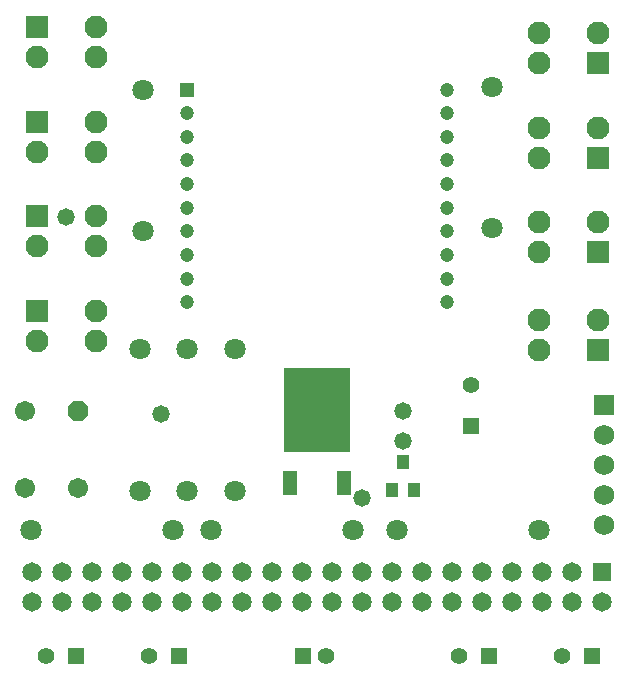
<source format=gts>
%FSLAX44Y44*%
%MOMM*%
G71*
G01*
G75*
G04 Layer_Color=8388736*
%ADD10R,0.9000X0.9500*%
%ADD11R,0.9000X0.9500*%
%ADD12R,5.5000X6.9000*%
%ADD13R,0.9500X1.9000*%
%ADD14C,0.2540*%
%ADD15R,1.2000X1.2000*%
%ADD16C,1.2000*%
%ADD17C,1.5240*%
%ADD18R,1.5240X1.5240*%
%ADD19C,1.6000*%
%ADD20R,1.6500X1.6500*%
%ADD21C,1.6500*%
%ADD22R,1.2000X1.2000*%
%ADD23C,1.0000*%
%ADD24R,1.0000X1.0000*%
%ADD25C,1.7500*%
%ADD26R,1.7500X1.7500*%
%ADD27C,1.5000*%
%ADD28P,1.6236X8X112.5*%
%ADD29C,1.2700*%
%ADD30C,0.2500*%
%ADD31C,0.2000*%
%ADD32R,19.0754X0.2794*%
%ADD33R,1.9558X0.0254*%
%ADD34R,1.1430X0.0254*%
%ADD35R,3.9116X0.0254*%
%ADD36R,1.9812X0.0254*%
%ADD37R,1.1684X0.0254*%
%ADD38R,3.9624X0.0254*%
%ADD39R,2.0066X0.1270*%
%ADD40R,1.2192X0.1270*%
%ADD41R,4.0132X0.0254*%
%ADD42R,4.1148X0.0254*%
%ADD43R,4.1402X0.0254*%
%ADD44R,4.2164X0.0254*%
%ADD45R,4.2418X0.0508*%
%ADD46R,1.2192X0.0254*%
%ADD47R,0.2032X0.0254*%
%ADD48R,0.2540X0.0254*%
%ADD49R,0.3556X0.0254*%
%ADD50R,0.2032X0.3048*%
%ADD51R,0.4318X0.0254*%
%ADD52R,0.2286X0.0254*%
%ADD53R,0.1778X0.0254*%
%ADD54R,0.2286X0.0508*%
%ADD55R,0.4064X0.0254*%
%ADD56R,0.2794X0.0254*%
%ADD57R,0.2032X0.1524*%
%ADD58R,0.2540X0.0508*%
%ADD59R,0.3556X0.0508*%
%ADD60R,0.3048X0.0254*%
%ADD61R,0.2794X0.0508*%
%ADD62R,0.3302X0.0508*%
%ADD63R,0.3302X0.0254*%
%ADD64R,0.2032X0.5334*%
%ADD65R,0.2286X0.0762*%
%ADD66R,0.2286X0.1270*%
%ADD67R,0.3048X0.0508*%
%ADD68R,1.6002X0.0254*%
%ADD69R,1.6256X0.0254*%
%ADD70R,0.2540X0.0762*%
%ADD71R,1.7018X0.0254*%
%ADD72R,1.8034X0.0508*%
%ADD73R,1.8288X0.0254*%
%ADD74R,0.2032X0.0508*%
%ADD75R,1.8796X0.0254*%
%ADD76R,1.9050X0.0508*%
%ADD77R,0.2032X0.1016*%
%ADD78R,0.2032X0.1778*%
%ADD79R,0.2286X0.1016*%
%ADD80R,2.8194X0.0254*%
%ADD81R,2.7940X0.0254*%
%ADD82R,0.2032X0.1270*%
%ADD83R,2.8448X0.0254*%
%ADD84R,0.2032X0.0762*%
%ADD85R,3.0988X0.0254*%
%ADD86R,3.0226X0.0254*%
%ADD87R,3.1750X0.0254*%
%ADD88R,3.2258X0.0254*%
%ADD89R,3.1496X0.0254*%
%ADD90R,0.5334X0.0254*%
%ADD91R,3.4036X0.0254*%
%ADD92R,3.3782X0.0508*%
%ADD93R,0.5080X0.0254*%
%ADD94R,3.4290X0.0254*%
%ADD95R,0.4572X0.0254*%
%ADD96R,3.4798X0.0254*%
%ADD97R,0.5588X0.0508*%
%ADD98R,0.3810X0.0254*%
%ADD99R,0.4826X0.0254*%
%ADD100R,1.4478X0.0508*%
%ADD101R,1.4732X0.0254*%
%ADD102R,1.4986X0.0254*%
%ADD103R,1.5494X0.0254*%
%ADD104R,1.6002X0.0508*%
%ADD105R,1.6256X0.0508*%
%ADD106R,1.6764X0.0762*%
%ADD107R,1.6510X0.0254*%
%ADD108R,1.7018X0.0508*%
%ADD109R,1.9050X0.0254*%
%ADD110R,1.9304X0.0508*%
%ADD111R,0.2794X0.1016*%
%ADD112R,1.8034X0.0254*%
%ADD113R,0.2794X0.0762*%
%ADD114R,1.7780X0.0254*%
%ADD115R,1.7526X0.0254*%
%ADD116R,1.5240X0.0254*%
%ADD117R,0.2032X0.2032*%
%ADD118R,0.8382X0.0254*%
%ADD119R,0.8128X0.0254*%
%ADD120R,0.8890X0.0254*%
%ADD121R,0.9652X0.0254*%
%ADD122R,0.9398X0.0254*%
%ADD123R,0.8636X0.0254*%
%ADD124R,0.9144X0.0254*%
%ADD125R,0.2540X0.1016*%
%ADD126R,0.4318X0.0508*%
%ADD127R,1.8288X0.0508*%
%ADD128R,1.8796X0.0762*%
%ADD129R,0.2286X0.3810*%
%ADD130R,1.4478X0.0254*%
%ADD131R,1.6764X0.1778*%
%ADD132R,1.6764X0.0254*%
%ADD133R,1.6510X0.0762*%
%ADD134R,1.5748X0.0254*%
%ADD135R,0.0254X0.0254*%
%ADD136R,0.0508X0.0254*%
%ADD137R,0.1270X0.0254*%
%ADD138R,0.1524X0.0254*%
%ADD139R,2.5146X0.0254*%
%ADD140R,0.5334X0.0508*%
%ADD141R,2.8702X0.0254*%
%ADD142R,2.8956X0.0254*%
%ADD143R,2.9210X0.1016*%
%ADD144R,2.8956X0.0508*%
%ADD145R,2.9210X0.0254*%
%ADD146R,2.8194X0.0508*%
%ADD147R,2.8448X0.0508*%
%ADD148R,0.2286X0.5842*%
%ADD149R,0.2032X0.4318*%
%ADD150R,1.9558X0.0508*%
%ADD151R,0.3810X0.0508*%
%ADD152R,2.7686X0.0254*%
%ADD153R,2.7432X0.0254*%
%ADD154R,2.4384X0.0254*%
%ADD155R,2.6670X0.0254*%
%ADD156R,0.2032X0.3302*%
%ADD157R,2.3876X0.0254*%
%ADD158R,2.6416X0.0254*%
%ADD159R,1.2446X0.0508*%
%ADD160R,6.2738X0.0254*%
%ADD161R,3.7338X0.0254*%
%ADD162R,3.7592X0.0254*%
%ADD163R,6.2484X0.0254*%
%ADD164R,3.7084X0.0254*%
%ADD165R,1.2446X0.1016*%
%ADD166R,6.1976X0.0254*%
%ADD167R,3.6322X0.0254*%
%ADD168R,3.6830X0.0254*%
%ADD169R,6.1722X0.0254*%
%ADD170R,3.6068X0.0254*%
%ADD171R,3.6068X0.0508*%
%ADD172R,6.1468X0.0254*%
%ADD173R,3.5814X0.0254*%
%ADD174R,6.0198X0.0254*%
%ADD175R,3.4544X0.0508*%
%ADD176R,5.9944X0.0254*%
%ADD177R,3.4544X0.0254*%
%ADD178R,5.9182X0.0254*%
%ADD179R,3.3782X0.0254*%
%ADD180R,18.9738X0.0254*%
%ADD181R,19.0754X0.3302*%
%ADD182R,1.1032X1.1532*%
%ADD183R,1.1032X1.1532*%
%ADD184R,5.7032X7.1032*%
%ADD185R,1.1532X2.1032*%
%ADD186R,1.4032X1.4032*%
%ADD187C,1.4032*%
%ADD188C,1.7272*%
%ADD189R,1.7272X1.7272*%
%ADD190C,1.8032*%
%ADD191R,1.4032X1.4032*%
%ADD192C,1.2032*%
%ADD193R,1.2032X1.2032*%
%ADD194C,1.9532*%
%ADD195R,1.9532X1.9532*%
%ADD196C,1.7032*%
%ADD197P,1.8435X8X112.5*%
%ADD198C,1.4732*%
D20*
X521300Y98700D02*
D03*
D21*
Y73300D02*
D03*
X495900D02*
D03*
Y98700D02*
D03*
X470500Y73300D02*
D03*
Y98700D02*
D03*
X445100Y73300D02*
D03*
Y98700D02*
D03*
X419700Y73300D02*
D03*
Y98700D02*
D03*
X394300Y73300D02*
D03*
Y98700D02*
D03*
X368900Y73300D02*
D03*
Y98700D02*
D03*
X343500Y73300D02*
D03*
Y98700D02*
D03*
X318100Y73300D02*
D03*
Y98700D02*
D03*
X292700Y73300D02*
D03*
Y98700D02*
D03*
X267300Y73300D02*
D03*
Y98700D02*
D03*
X241900Y73300D02*
D03*
Y98700D02*
D03*
X216500Y73300D02*
D03*
Y98700D02*
D03*
X191100Y73300D02*
D03*
Y98700D02*
D03*
X165700Y73300D02*
D03*
Y98700D02*
D03*
X140300Y73300D02*
D03*
Y98700D02*
D03*
X114900Y73300D02*
D03*
Y98700D02*
D03*
X89500Y73300D02*
D03*
Y98700D02*
D03*
X64100Y73300D02*
D03*
Y98700D02*
D03*
X38700Y73300D02*
D03*
Y98700D02*
D03*
D182*
X343000Y168250D02*
D03*
X352500Y191750D02*
D03*
D183*
X362000Y168250D02*
D03*
D184*
X280000Y236000D02*
D03*
D185*
X302800Y174000D02*
D03*
X257200D02*
D03*
D186*
X512900Y27500D02*
D03*
X425400D02*
D03*
X162900D02*
D03*
X75400D02*
D03*
X267500D02*
D03*
D187*
X487500D02*
D03*
X400000D02*
D03*
X137500D02*
D03*
X50000D02*
D03*
X410000Y257500D02*
D03*
X287500Y27500D02*
D03*
D188*
X522500Y139200D02*
D03*
Y164600D02*
D03*
Y190000D02*
D03*
Y215400D02*
D03*
D189*
Y240800D02*
D03*
D190*
X130000Y167500D02*
D03*
Y287500D02*
D03*
X170000Y167500D02*
D03*
Y287500D02*
D03*
X210000D02*
D03*
Y167500D02*
D03*
X467500Y135000D02*
D03*
X347500D02*
D03*
X310000D02*
D03*
X190000D02*
D03*
X157500D02*
D03*
X37500D02*
D03*
X132500Y387500D02*
D03*
Y507500D02*
D03*
X427500Y390000D02*
D03*
Y510000D02*
D03*
D191*
X410000Y222500D02*
D03*
D192*
X390000Y507500D02*
D03*
Y487500D02*
D03*
Y467500D02*
D03*
Y447500D02*
D03*
Y427500D02*
D03*
Y407500D02*
D03*
Y387500D02*
D03*
Y367500D02*
D03*
Y347500D02*
D03*
Y327500D02*
D03*
X170000Y487500D02*
D03*
Y467500D02*
D03*
Y447500D02*
D03*
Y427500D02*
D03*
Y407500D02*
D03*
Y387500D02*
D03*
Y367500D02*
D03*
Y347500D02*
D03*
Y327500D02*
D03*
D193*
Y507500D02*
D03*
D194*
X42500Y294800D02*
D03*
X92500D02*
D03*
Y320200D02*
D03*
X42500Y374800D02*
D03*
X92500D02*
D03*
Y400200D02*
D03*
X42500Y454800D02*
D03*
X92500D02*
D03*
Y480200D02*
D03*
X42500Y534800D02*
D03*
X92500D02*
D03*
Y560200D02*
D03*
X517500Y312700D02*
D03*
X467500D02*
D03*
Y287300D02*
D03*
X517500Y395200D02*
D03*
X467500D02*
D03*
Y369800D02*
D03*
X517500Y475200D02*
D03*
X467500D02*
D03*
Y449800D02*
D03*
X517500Y555200D02*
D03*
X467500D02*
D03*
Y529800D02*
D03*
D195*
X42500Y320200D02*
D03*
Y400200D02*
D03*
Y480200D02*
D03*
Y560200D02*
D03*
X517500Y287300D02*
D03*
Y369800D02*
D03*
Y449800D02*
D03*
Y529800D02*
D03*
D196*
X32500Y170000D02*
D03*
X77500D02*
D03*
X32500Y235000D02*
D03*
D197*
X77500D02*
D03*
D198*
X352500Y235000D02*
D03*
X147500Y232500D02*
D03*
X67500Y399999D02*
D03*
X317500Y162000D02*
D03*
X352500Y210000D02*
D03*
M02*

</source>
